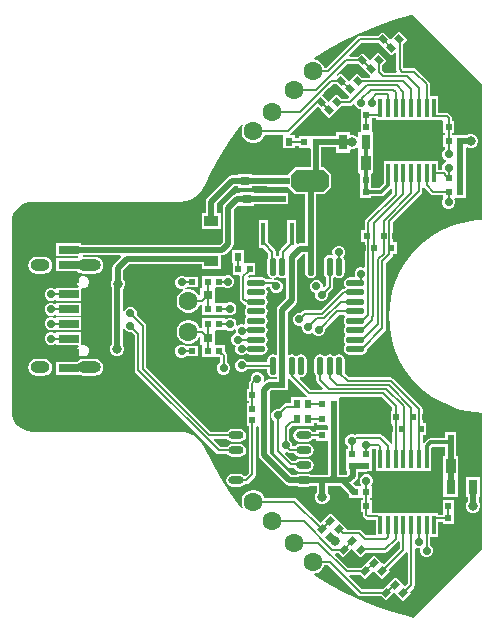
<source format=gtl>
G04*
G04 #@! TF.GenerationSoftware,Altium Limited,Altium Designer,21.8.1 (53)*
G04*
G04 Layer_Physical_Order=1*
G04 Layer_Color=255*
%FSLAX44Y44*%
%MOMM*%
G71*
G04*
G04 #@! TF.SameCoordinates,A13A9599-9D59-4998-A3CA-6CFB5E3765DF*
G04*
G04*
G04 #@! TF.FilePolarity,Positive*
G04*
G01*
G75*
%ADD13C,0.7000*%
%ADD15C,0.2000*%
%ADD42R,0.6000X0.5000*%
%ADD43R,0.5000X0.6000*%
%ADD44R,0.8000X1.3000*%
%ADD45R,1.2000X0.9000*%
%ADD46R,5.2000X3.0000*%
%ADD47R,0.3000X1.6500*%
%ADD48R,0.9000X1.3000*%
%ADD49O,1.3000X0.7000*%
%ADD50O,0.5500X1.5500*%
%ADD51O,1.5500X0.5500*%
%ADD52R,0.6000X0.7000*%
%ADD53R,1.4000X0.6000*%
%ADD54R,1.8000X0.6000*%
G04:AMPARAMS|DCode=55|XSize=1.9mm|YSize=3.2mm|CornerRadius=0mm|HoleSize=0mm|Usage=FLASHONLY|Rotation=90.000|XOffset=0mm|YOffset=0mm|HoleType=Round|Shape=Octagon|*
%AMOCTAGOND55*
4,1,8,-1.6000,-0.4750,-1.6000,0.4750,-1.1250,0.9500,1.1250,0.9500,1.6000,0.4750,1.6000,-0.4750,1.1250,-0.9500,-1.1250,-0.9500,-1.6000,-0.4750,0.0*
%
%ADD55OCTAGOND55*%

G04:AMPARAMS|DCode=56|XSize=0.5mm|YSize=0.6mm|CornerRadius=0mm|HoleSize=0mm|Usage=FLASHONLY|Rotation=225.000|XOffset=0mm|YOffset=0mm|HoleType=Round|Shape=Rectangle|*
%AMROTATEDRECTD56*
4,1,4,-0.0354,0.3889,0.3889,-0.0354,0.0354,-0.3889,-0.3889,0.0354,-0.0354,0.3889,0.0*
%
%ADD56ROTATEDRECTD56*%

%ADD57R,0.8000X0.8000*%
%ADD58R,0.8000X0.8000*%
G04:AMPARAMS|DCode=59|XSize=0.5mm|YSize=0.6mm|CornerRadius=0mm|HoleSize=0mm|Usage=FLASHONLY|Rotation=135.000|XOffset=0mm|YOffset=0mm|HoleType=Round|Shape=Rectangle|*
%AMROTATEDRECTD59*
4,1,4,0.3889,0.0354,-0.0354,-0.3889,-0.3889,-0.0354,0.0354,0.3889,0.3889,0.0354,0.0*
%
%ADD59ROTATEDRECTD59*%

%ADD60R,0.4000X1.9000*%
%ADD61R,2.4000X1.9000*%
%ADD62R,1.7000X0.7000*%
%ADD63C,0.5000*%
%ADD64C,0.3000*%
%ADD65C,1.6000*%
%ADD66C,0.9000*%
%ADD67O,1.6000X1.0000*%
%ADD68O,2.0000X1.0000*%
%ADD69C,0.8000*%
G36*
X863318Y877745D02*
X863319Y877747D01*
X870318Y870748D01*
X873221Y873651D01*
X874394Y873165D01*
Y859106D01*
X874394Y859106D01*
X874627Y857935D01*
X874846Y857608D01*
X874167Y856338D01*
X864738D01*
X862844Y858231D01*
Y862774D01*
X866503Y866433D01*
X859432Y873504D01*
X853068Y867140D01*
X851902Y866888D01*
X845361Y873430D01*
X841702Y869771D01*
X835006D01*
X834520Y870945D01*
X844979Y881404D01*
X859659D01*
X863318Y877745D01*
D02*
G37*
G36*
X846068Y859995D02*
X846069Y859997D01*
X852601Y853465D01*
X852076Y852195D01*
X845742D01*
X841682Y856254D01*
X835318Y849890D01*
X834153Y849638D01*
X827611Y856180D01*
X824644Y853214D01*
X824429Y853257D01*
X824011Y854634D01*
X833030Y863654D01*
X842409D01*
X846068Y859995D01*
D02*
G37*
G36*
X828318Y842745D02*
X828319Y842747D01*
X834472Y836594D01*
X834487Y835370D01*
X833436Y834309D01*
X828377D01*
X824182Y838504D01*
X817818Y832140D01*
X816653Y831888D01*
X811433Y837107D01*
X820729Y846404D01*
X824659D01*
X828318Y842745D01*
D02*
G37*
G36*
X839469Y829347D02*
X840092Y827841D01*
X841639Y826294D01*
X843661Y825457D01*
X844689D01*
Y815805D01*
X844689D01*
X844752Y815751D01*
Y805751D01*
X843482Y805750D01*
X842500D01*
Y802281D01*
X841230Y801755D01*
X840399Y802587D01*
X838194Y803500D01*
X835807D01*
X835500Y803705D01*
Y805750D01*
X823500D01*
Y802337D01*
X810999D01*
Y802749D01*
X802269D01*
X801999Y802749D01*
X800999Y802749D01*
X800729Y802749D01*
X791999D01*
Y800809D01*
X788500D01*
Y803251D01*
X785104D01*
X784718Y804521D01*
X784894Y804638D01*
X808034Y827778D01*
X810818Y824995D01*
X810819Y824997D01*
X817818Y817998D01*
X824182Y824362D01*
X824889Y825069D01*
X828011Y828191D01*
X835250D01*
X835250Y828191D01*
X836421Y828424D01*
X837413Y829087D01*
X838082Y829756D01*
X839469Y829347D01*
D02*
G37*
G36*
X947451Y846934D02*
Y731473D01*
X942002Y731205D01*
X934081Y730030D01*
X926313Y728085D01*
X918774Y725387D01*
X911535Y721963D01*
X904666Y717847D01*
X898234Y713076D01*
X892301Y707699D01*
X886924Y701765D01*
X882153Y695334D01*
X878037Y688465D01*
X874613Y681226D01*
X871915Y673687D01*
X869969Y665919D01*
X868794Y657998D01*
X868402Y650000D01*
X868794Y642002D01*
X869969Y634081D01*
X871915Y626313D01*
X874613Y618774D01*
X878037Y611535D01*
X882153Y604666D01*
X886924Y598235D01*
X892301Y592301D01*
X898234Y586924D01*
X904666Y582154D01*
X911535Y578037D01*
X918774Y574613D01*
X926313Y571915D01*
X934081Y569970D01*
X942002Y568795D01*
X947451Y568527D01*
Y453066D01*
X889107Y394721D01*
X887181Y395135D01*
X871908Y399393D01*
X856919Y404565D01*
X842270Y410633D01*
X828013Y417574D01*
X814202Y425364D01*
X804987Y431322D01*
X805483Y432514D01*
X807842Y433146D01*
X810123Y434462D01*
X811984Y436324D01*
X813301Y438604D01*
X813516Y439405D01*
X816769D01*
X842301Y413873D01*
X843294Y413210D01*
X844464Y412977D01*
X844464Y412977D01*
X862200D01*
X865859Y409318D01*
X872066Y415526D01*
X873112Y416068D01*
X873819Y415361D01*
X880183Y408997D01*
X887254Y416068D01*
X886235Y417087D01*
X889293Y420145D01*
X889293Y420145D01*
X889956Y421137D01*
X890189Y422308D01*
X890189Y422308D01*
Y453374D01*
X891459Y454100D01*
X892906Y453500D01*
X894312D01*
X894750Y452844D01*
Y450656D01*
X895587Y448634D01*
X897134Y447087D01*
X899156Y446250D01*
X901344D01*
X903365Y447087D01*
X904913Y448634D01*
X905750Y450656D01*
Y452844D01*
X904913Y454865D01*
X903365Y456413D01*
X903189Y456486D01*
Y463189D01*
X910130D01*
Y476137D01*
X914016D01*
Y474264D01*
X923016D01*
Y478821D01*
X923104Y479264D01*
Y479764D01*
X923016Y480207D01*
Y484264D01*
X923016D01*
X923016Y484264D01*
Y494264D01*
X914016D01*
Y484264D01*
X914016D01*
X914016Y484264D01*
Y482254D01*
X910130D01*
Y483689D01*
X896630D01*
Y483689D01*
X890630D01*
Y483689D01*
X883630D01*
Y483689D01*
X871130D01*
Y483689D01*
X864130D01*
Y483689D01*
X859762D01*
X859458Y483750D01*
X854813D01*
X853751Y484251D01*
Y494251D01*
X852069D01*
Y496251D01*
X853751D01*
Y506251D01*
X853751D01*
X853393Y507114D01*
X853913Y507634D01*
X854751Y509655D01*
Y511843D01*
X853913Y513865D01*
X852366Y515412D01*
X850345Y516249D01*
X848157D01*
X846135Y515412D01*
X844588Y513865D01*
X843751Y511843D01*
Y509655D01*
X844588Y507634D01*
X844701Y507521D01*
X844175Y506251D01*
X843751D01*
Y506251D01*
X840739D01*
X837989Y509001D01*
X840744Y511756D01*
X841739Y513244D01*
X842088Y515000D01*
Y518663D01*
X848999D01*
X849443Y518751D01*
X853999D01*
Y527481D01*
X853999Y527751D01*
X853999D01*
X853999Y528751D01*
X853999D01*
Y537751D01*
X855191Y537941D01*
X857630D01*
Y518689D01*
X903630D01*
Y528595D01*
X903699Y528939D01*
Y538652D01*
X904728Y539681D01*
X915912D01*
Y531500D01*
X913975D01*
Y514500D01*
X913975D01*
X914500Y513750D01*
Y496750D01*
X926500D01*
Y513750D01*
X926975Y514500D01*
X926975D01*
Y531500D01*
X925088D01*
Y543250D01*
X924998Y543701D01*
Y551999D01*
X915998D01*
Y546819D01*
X903250D01*
X901884Y546547D01*
X900727Y545773D01*
X898077Y543124D01*
X896807Y543650D01*
Y549749D01*
X899748D01*
Y559749D01*
X896807D01*
Y571502D01*
X896807Y571502D01*
X896574Y572672D01*
X895911Y573665D01*
X872163Y597413D01*
X871171Y598076D01*
X870000Y598309D01*
X870000Y598309D01*
X834517D01*
X830633Y602193D01*
X830843Y603250D01*
Y613250D01*
X830474Y615103D01*
X829425Y616675D01*
X827853Y617724D01*
X826000Y618093D01*
X824147Y617724D01*
X822836Y616849D01*
X822000Y616746D01*
X821164Y616849D01*
X819853Y617724D01*
X818000Y618093D01*
X816147Y617724D01*
X814836Y616849D01*
X813425Y616675D01*
X811853Y617724D01*
X810000Y618093D01*
X808147Y617724D01*
X806575Y616675D01*
X805526Y615103D01*
X805157Y613250D01*
Y603250D01*
X805526Y601397D01*
X806575Y599826D01*
X806941Y599581D01*
Y595750D01*
X806941Y595750D01*
X807174Y594580D01*
X807837Y593587D01*
X812442Y588982D01*
X811956Y587809D01*
X802267D01*
X792706Y597369D01*
X793332Y598540D01*
X794000Y598407D01*
X795853Y598776D01*
X797425Y599826D01*
X798474Y601397D01*
X798843Y603250D01*
Y613250D01*
X798474Y615103D01*
X797425Y616675D01*
X795853Y617724D01*
X794000Y618093D01*
X792147Y617724D01*
X790575Y616675D01*
X789164Y616849D01*
X787853Y617724D01*
X786000Y618093D01*
X784147Y617724D01*
X783708Y617431D01*
X782588Y618030D01*
Y653849D01*
X789244Y660506D01*
X790239Y661994D01*
X790588Y663750D01*
Y685969D01*
X790843Y687250D01*
Y697250D01*
X790684Y698051D01*
Y698084D01*
X795260Y702661D01*
X797412D01*
Y698531D01*
X797157Y697250D01*
Y687250D01*
X797526Y685397D01*
X798576Y683826D01*
X800147Y682776D01*
X802000Y682407D01*
X803853Y682776D01*
X805425Y683826D01*
X806474Y685397D01*
X806843Y687250D01*
Y697250D01*
X806588Y698531D01*
Y706747D01*
X806537Y707002D01*
X806587Y707249D01*
X806498Y707692D01*
Y707805D01*
X806587Y708249D01*
Y753250D01*
X813500D01*
X819250Y759000D01*
Y770500D01*
X813500Y776250D01*
X811087D01*
Y793161D01*
X823500D01*
Y788750D01*
X835500D01*
Y791295D01*
X835807Y791500D01*
X838194D01*
X840399Y792413D01*
X841230Y793245D01*
X842500Y792719D01*
Y789073D01*
X842025Y788000D01*
X842025Y788000D01*
X842025Y788000D01*
Y771000D01*
X842939D01*
X844003Y770502D01*
Y761773D01*
X844003Y760503D01*
X844003D01*
Y760502D01*
X844003D01*
Y750502D01*
X853003D01*
Y751937D01*
X862006D01*
X863371Y752209D01*
X864529Y752982D01*
X869801Y758254D01*
X871071Y757756D01*
Y754397D01*
X848839Y732165D01*
X848176Y731172D01*
X847943Y730002D01*
X847943Y730002D01*
Y723251D01*
X845002D01*
Y713251D01*
X847943D01*
Y692005D01*
X846673Y691157D01*
X845844Y691500D01*
X843656D01*
X841635Y690663D01*
X840087Y689116D01*
X839250Y687094D01*
Y684906D01*
X839564Y684149D01*
X838858Y683093D01*
X835000D01*
X833147Y682725D01*
X831575Y681675D01*
X830526Y680104D01*
X830157Y678250D01*
X830526Y676397D01*
X831575Y674826D01*
X831402Y673414D01*
X831331Y673309D01*
X830000D01*
X828829Y673076D01*
X827837Y672413D01*
X827837Y672413D01*
X810483Y655059D01*
X800062D01*
X800062Y655059D01*
X800062Y655059D01*
X797000D01*
X797000Y655059D01*
X795829Y654826D01*
X794837Y654163D01*
X794837Y654163D01*
X793651Y652977D01*
X793594Y653000D01*
X791406D01*
X789385Y652163D01*
X787837Y650615D01*
X787000Y648594D01*
Y646406D01*
X787837Y644385D01*
X789385Y642837D01*
X791406Y642000D01*
X793594D01*
X794499Y641000D01*
Y639907D01*
X795337Y637885D01*
X796884Y636338D01*
X798905Y635501D01*
X801093D01*
X802434Y636056D01*
X804009Y635573D01*
X804087Y635385D01*
X805634Y633838D01*
X807655Y633001D01*
X809843D01*
X811865Y633838D01*
X813412Y635385D01*
X814249Y637407D01*
Y639595D01*
X814211Y639686D01*
X825717Y651191D01*
X830689D01*
X831471Y649979D01*
X831402Y649414D01*
X830526Y648103D01*
X830157Y646250D01*
X830526Y644397D01*
X831402Y643086D01*
X831505Y642250D01*
X831402Y641414D01*
X830526Y640103D01*
X830157Y638250D01*
X830526Y636397D01*
X831402Y635086D01*
X831505Y634250D01*
X831402Y633414D01*
X830526Y632103D01*
X830157Y630250D01*
X830526Y628397D01*
X831402Y627086D01*
X831505Y626250D01*
X831402Y625414D01*
X830526Y624103D01*
X830157Y622250D01*
X830526Y620397D01*
X831575Y618825D01*
X833147Y617776D01*
X835000Y617407D01*
X845000D01*
X846853Y617776D01*
X848425Y618825D01*
X849474Y620397D01*
X849843Y622250D01*
X849779Y622572D01*
X864913Y637705D01*
X864913Y637705D01*
X865576Y638698D01*
X865809Y639868D01*
X865809Y639868D01*
Y695233D01*
X870913Y700337D01*
X871576Y701329D01*
X871809Y702500D01*
X872720Y703249D01*
X874748D01*
Y713249D01*
X871807D01*
Y729782D01*
X895793Y753767D01*
X895793Y753767D01*
X896456Y754760D01*
X896689Y755930D01*
X896689Y755930D01*
Y758597D01*
X897959Y758982D01*
X897993Y758931D01*
X903588Y753336D01*
X903588Y753336D01*
X904580Y752673D01*
X905751Y752440D01*
X905751Y752441D01*
X914249D01*
Y750499D01*
X914249Y750499D01*
X913886Y749380D01*
X913249Y747843D01*
Y745655D01*
X914087Y743633D01*
X915634Y742086D01*
X917655Y741249D01*
X919843D01*
X921865Y742086D01*
X923412Y743633D01*
X924249Y745655D01*
Y747843D01*
X923613Y749380D01*
X923565Y749527D01*
X924436Y750499D01*
X933249D01*
Y755056D01*
X933337Y755499D01*
Y767249D01*
Y792460D01*
X933419Y792562D01*
X934607Y793204D01*
X936307Y792500D01*
X938693D01*
X940899Y793413D01*
X942587Y795101D01*
X943500Y797307D01*
Y799694D01*
X942587Y801899D01*
X940899Y803587D01*
X938693Y804500D01*
X936307D01*
X934427Y803721D01*
X933249Y803499D01*
X933249Y803499D01*
X933249Y803499D01*
X924519D01*
X924249Y803499D01*
Y803499D01*
X923249Y803499D01*
Y803499D01*
X921808D01*
Y805499D01*
X923249D01*
Y815499D01*
X921808D01*
Y817751D01*
X921575Y818921D01*
X920912Y819914D01*
X920912Y819914D01*
X919354Y821472D01*
X918362Y822135D01*
X917191Y822368D01*
X917191Y822368D01*
X910130D01*
Y836811D01*
X903189D01*
Y846620D01*
X903189Y846620D01*
X902956Y847791D01*
X902293Y848783D01*
X892072Y859004D01*
X891079Y859667D01*
X889909Y859900D01*
X889909Y859900D01*
X880984D01*
X880512Y860372D01*
Y880942D01*
X883753Y884183D01*
X876682Y891254D01*
X870318Y884890D01*
X869153Y884638D01*
X862611Y891180D01*
X858952Y887521D01*
X843712D01*
X843712Y887521D01*
X842542Y887288D01*
X841550Y886625D01*
X815519Y860595D01*
X813516D01*
X813301Y861396D01*
X811984Y863676D01*
X810123Y865538D01*
X807842Y866854D01*
X805483Y867486D01*
X804987Y868678D01*
X814202Y874636D01*
X828013Y882426D01*
X842270Y889367D01*
X856919Y895435D01*
X871908Y900607D01*
X887181Y904865D01*
X889107Y905278D01*
X947451Y846934D01*
D02*
G37*
G36*
X857630Y816311D02*
X906834D01*
X907130Y816252D01*
X907130Y816252D01*
X908293D01*
X908302Y816250D01*
X908302Y816250D01*
X913290D01*
X914249Y815499D01*
Y805499D01*
X915690D01*
Y803499D01*
X914249D01*
Y793499D01*
X915690D01*
Y791937D01*
X915634Y791914D01*
X914087Y790366D01*
X913249Y788345D01*
Y786157D01*
X914087Y784135D01*
X915634Y782588D01*
X916299Y782313D01*
Y780938D01*
X915634Y780663D01*
X914087Y779116D01*
X913249Y777094D01*
Y774906D01*
X912724Y774119D01*
X910130D01*
Y781311D01*
X884130D01*
Y781311D01*
X877130D01*
Y781311D01*
X864130D01*
Y771405D01*
X864062Y771061D01*
Y762608D01*
X860528Y759074D01*
X853901D01*
X853003Y759972D01*
Y760502D01*
X853003D01*
Y760503D01*
X853003D01*
Y770502D01*
X854067Y771000D01*
X855025D01*
Y788000D01*
X855025D01*
X854500Y788750D01*
Y805750D01*
X853752Y805751D01*
Y815751D01*
X853752D01*
X853689Y815805D01*
Y817746D01*
X857630D01*
Y816311D01*
D02*
G37*
G36*
X744912Y811751D02*
X744283Y810661D01*
X743601Y808118D01*
Y805484D01*
X744283Y802941D01*
X745599Y800661D01*
X747461Y798799D01*
X749741Y797483D01*
X752285Y796801D01*
X754918D01*
X757461Y797483D01*
X759741Y798799D01*
X761603Y800661D01*
X762920Y802941D01*
X763134Y803742D01*
X777434D01*
X778500Y803251D01*
X778500Y802472D01*
Y792251D01*
X788500D01*
Y794692D01*
X791999D01*
Y792749D01*
X800641D01*
X800999Y792749D01*
X801911Y791885D01*
Y776250D01*
X789000D01*
X783250Y770500D01*
Y769750D01*
X765250D01*
Y769338D01*
X752500D01*
Y770750D01*
X740500D01*
Y769338D01*
X735500D01*
X733744Y768989D01*
X732256Y767994D01*
X714506Y750244D01*
X713511Y748756D01*
X713162Y747000D01*
Y737250D01*
X709750D01*
Y724250D01*
X725750D01*
Y737250D01*
X722338D01*
Y745099D01*
X737401Y760162D01*
X740500D01*
Y758750D01*
X752500D01*
Y760162D01*
X765250D01*
Y759750D01*
X783250D01*
Y759000D01*
X789000Y753250D01*
X797410D01*
Y711837D01*
X793360D01*
X791604Y711488D01*
X791270Y711264D01*
X790000Y711943D01*
Y731250D01*
X782000D01*
Y712576D01*
X776507Y707083D01*
X775844Y706090D01*
X775611Y704920D01*
X775611Y704920D01*
Y701367D01*
X774836Y700848D01*
X774000Y700745D01*
X773164Y700848D01*
X772389Y701367D01*
Y704920D01*
X772389Y704920D01*
X772156Y706090D01*
X771493Y707083D01*
X771493Y707083D01*
X766000Y712576D01*
Y731250D01*
X758000D01*
Y708250D01*
X761674D01*
X766272Y703653D01*
Y700220D01*
X765526Y699103D01*
X765157Y697250D01*
Y687250D01*
X765526Y685397D01*
X766575Y683826D01*
X768147Y682776D01*
X769136Y682579D01*
X769011Y681309D01*
X764669D01*
X764425Y681675D01*
X762853Y682724D01*
X761000Y683093D01*
X751000D01*
X749708Y682836D01*
X749082Y684007D01*
X750075Y684999D01*
X755249D01*
Y694999D01*
X746769D01*
X746249Y694999D01*
X745499Y695959D01*
Y705999D01*
X735499D01*
Y694999D01*
X736249D01*
Y684999D01*
X741326D01*
X741941Y684250D01*
X741941Y684250D01*
Y665000D01*
X741941Y665000D01*
X742174Y663829D01*
X742837Y662837D01*
X745146Y660528D01*
X746139Y659865D01*
X746995Y659695D01*
X747575Y658826D01*
X747402Y657414D01*
X746526Y656103D01*
X746157Y654250D01*
X746526Y652397D01*
X747402Y651086D01*
X747505Y650250D01*
X747402Y649414D01*
X746526Y648103D01*
X746157Y646250D01*
X746526Y644397D01*
X746721Y644105D01*
X745879Y643079D01*
X745094Y643404D01*
X742906D01*
X740884Y642567D01*
X740423Y642105D01*
X740199Y642163D01*
X739250Y642728D01*
Y644594D01*
X738413Y646616D01*
X736865Y648163D01*
X734844Y649000D01*
X732656D01*
X730635Y648163D01*
X730424Y647952D01*
X729251Y648438D01*
Y648501D01*
X720521D01*
X720251Y648501D01*
X719251D01*
X718981Y648501D01*
X710251D01*
Y640436D01*
X709769Y640040D01*
X709768Y640040D01*
X708033D01*
X707819Y640841D01*
X706502Y643122D01*
X704640Y644983D01*
X702360Y646300D01*
X699817Y646982D01*
X697184D01*
X694640Y646300D01*
X692360Y644983D01*
X690498Y643122D01*
X689182Y640841D01*
X688500Y638298D01*
Y635665D01*
X689182Y633122D01*
X690498Y630841D01*
X692360Y628979D01*
X694640Y627663D01*
X697184Y626982D01*
X699817D01*
X702360Y627663D01*
X704640Y628979D01*
X706502Y630841D01*
X707480Y632535D01*
X708750Y632195D01*
Y626000D01*
X709188D01*
X710251Y625501D01*
Y615501D01*
X718981D01*
X719251Y615501D01*
X720251Y615501D01*
X720521Y615501D01*
X725191D01*
Y610936D01*
X725135Y610913D01*
X723587Y609366D01*
X722750Y607344D01*
Y605156D01*
X723587Y603134D01*
X725135Y601587D01*
X727156Y600750D01*
X729344D01*
X731366Y601587D01*
X732913Y603134D01*
X733750Y605156D01*
Y607344D01*
X732913Y609366D01*
X731366Y610913D01*
X731309Y610936D01*
Y617001D01*
X731076Y618172D01*
X730413Y619164D01*
X729251Y620326D01*
Y625501D01*
X721813D01*
X720750Y626000D01*
X720750Y626771D01*
Y637231D01*
X720750Y638000D01*
X721813Y638501D01*
X729251D01*
Y638562D01*
X730424Y639048D01*
X730635Y638837D01*
X732656Y638000D01*
X734844D01*
X736865Y638837D01*
X737327Y639299D01*
X737551Y639241D01*
X738500Y638676D01*
Y636810D01*
X738934Y635762D01*
X737049Y634981D01*
X735502Y633434D01*
X734665Y631412D01*
Y629224D01*
X735502Y627203D01*
X737049Y625656D01*
X738590Y625018D01*
X738000Y623594D01*
Y621406D01*
X738837Y619384D01*
X740385Y617837D01*
X742406Y617000D01*
X744594D01*
X746616Y617837D01*
X747592Y618814D01*
X749147Y617776D01*
X751000Y617407D01*
X761000D01*
X762853Y617776D01*
X764425Y618825D01*
X765474Y620397D01*
X765843Y622250D01*
X765474Y624103D01*
X764598Y625414D01*
X764425Y626825D01*
X765474Y628397D01*
X765843Y630250D01*
X765474Y632103D01*
X764425Y633675D01*
X764598Y635086D01*
X765474Y636397D01*
X765843Y638250D01*
X765474Y640103D01*
X764598Y641414D01*
X764495Y642250D01*
X764598Y643086D01*
X765474Y644397D01*
X765843Y646250D01*
X765474Y648103D01*
X764598Y649414D01*
X764495Y650250D01*
X764598Y651086D01*
X765474Y652397D01*
X765843Y654250D01*
X765474Y656103D01*
X764598Y657414D01*
X764495Y658250D01*
X764598Y659086D01*
X765474Y660397D01*
X765843Y662250D01*
X765474Y664103D01*
X764598Y665414D01*
X764495Y666250D01*
X764598Y667086D01*
X765474Y668397D01*
X765843Y670250D01*
X765474Y672103D01*
X764598Y673414D01*
X764529Y673979D01*
X765311Y675191D01*
X767250D01*
Y674406D01*
X768087Y672384D01*
X769634Y670837D01*
X771656Y670000D01*
X773844D01*
X775865Y670837D01*
X777413Y672384D01*
X778250Y674406D01*
Y676594D01*
X777413Y678615D01*
X775865Y680163D01*
X773844Y681000D01*
X771677D01*
X771641Y681008D01*
X771062Y681323D01*
X771265Y682659D01*
X771853Y682776D01*
X773164Y683652D01*
X774000Y683755D01*
X774836Y683652D01*
X776147Y682776D01*
X778000Y682407D01*
X779853Y682776D01*
X780292Y683069D01*
X781412Y682470D01*
Y665650D01*
X774756Y658994D01*
X773761Y657506D01*
X773412Y655750D01*
Y618030D01*
X772292Y617431D01*
X771853Y617724D01*
X770000Y618093D01*
X768147Y617724D01*
X766575Y616675D01*
X765526Y615103D01*
X765157Y613250D01*
Y611309D01*
X748290D01*
X748163Y611615D01*
X746616Y613163D01*
X744594Y614000D01*
X742406D01*
X740385Y613163D01*
X738837Y611615D01*
X738000Y609594D01*
Y607406D01*
X738837Y605384D01*
X740385Y603837D01*
X742406Y603000D01*
X744594D01*
X746616Y603837D01*
X747969Y605191D01*
X765157D01*
Y603250D01*
X765526Y601397D01*
X766575Y599826D01*
X768147Y598776D01*
X770000Y598407D01*
X771853Y598776D01*
X772292Y599069D01*
X773412Y598470D01*
Y596590D01*
X766752D01*
X764996Y596241D01*
X763507Y595246D01*
X763064Y594803D01*
X761987Y595522D01*
X762250Y596156D01*
Y598344D01*
X761413Y600365D01*
X759865Y601913D01*
X757844Y602750D01*
X755656D01*
X753634Y601913D01*
X752087Y600365D01*
X751250Y598344D01*
Y596156D01*
X751273Y596099D01*
X750586Y595412D01*
X749923Y594419D01*
X749690Y593249D01*
X749690Y593249D01*
Y588499D01*
X748249D01*
Y578499D01*
X749690D01*
Y576502D01*
X747749D01*
Y567772D01*
X747749Y567502D01*
Y566502D01*
X747749Y566232D01*
Y557502D01*
X749690D01*
Y517766D01*
X746989Y515065D01*
X745965Y515165D01*
X744146Y516381D01*
X742000Y516808D01*
X736000D01*
X733854Y516381D01*
X732035Y515165D01*
X730819Y513346D01*
X730392Y511200D01*
X730819Y509054D01*
X732035Y507235D01*
X733854Y506019D01*
X736000Y505592D01*
X742000D01*
X744146Y506019D01*
X745965Y507235D01*
X746571Y508141D01*
X747450D01*
X747450Y508141D01*
X748621Y508374D01*
X749613Y509037D01*
X754912Y514336D01*
X755575Y515328D01*
X755807Y516499D01*
Y556604D01*
X756570Y557366D01*
X757857Y557214D01*
X758161Y556402D01*
Y532501D01*
X758510Y530745D01*
X759505Y529257D01*
X780756Y508006D01*
X782244Y507011D01*
X784000Y506662D01*
X789892D01*
X790854Y506019D01*
X793000Y505592D01*
X799000D01*
X801146Y506019D01*
X802110Y506664D01*
X807411D01*
Y500646D01*
X806913Y500149D01*
X806000Y497943D01*
Y495556D01*
X806913Y493351D01*
X808601Y491664D01*
X810807Y490750D01*
X813194D01*
X815399Y491664D01*
X817087Y493351D01*
X818000Y495556D01*
Y497943D01*
X817087Y500149D01*
X816587Y500648D01*
Y506664D01*
X827349D01*
X834751Y499262D01*
Y496251D01*
X843481D01*
X843751Y496251D01*
Y496251D01*
X844682Y496251D01*
X845949Y496085D01*
X845952Y496085D01*
Y494251D01*
X844751D01*
Y484251D01*
X845952D01*
Y482249D01*
X845952Y482249D01*
X846185Y481079D01*
X846848Y480086D01*
X846848Y480086D01*
X848406Y478528D01*
X848406Y478528D01*
X849398Y477865D01*
X850569Y477632D01*
X850569Y477632D01*
X857630D01*
Y464559D01*
X849267D01*
X845163Y468663D01*
X844171Y469326D01*
X843000Y469559D01*
X843000Y469559D01*
X832819D01*
X832504Y470318D01*
Y470318D01*
X826140Y476682D01*
X826140D01*
X825433Y477389D01*
X819069Y483753D01*
X811998Y476682D01*
X811816Y476753D01*
X810443Y475381D01*
X790462Y495362D01*
X789470Y496025D01*
X788299Y496258D01*
X788299Y496258D01*
X763134D01*
X762920Y497059D01*
X761603Y499339D01*
X759741Y501201D01*
X757461Y502518D01*
X754918Y503199D01*
X752285D01*
X749741Y502518D01*
X747461Y501201D01*
X745599Y499339D01*
X744283Y497059D01*
X743601Y494516D01*
Y491883D01*
X744283Y489339D01*
X744912Y488249D01*
X743867Y487520D01*
X743370Y488116D01*
X733973Y500887D01*
X725363Y514203D01*
X717574Y528013D01*
X712111Y539234D01*
X712062Y539212D01*
X710433Y542261D01*
X707621Y545687D01*
X704195Y548498D01*
X700286Y550588D01*
X696045Y551874D01*
X691634Y552309D01*
Y552249D01*
X566439D01*
X566421Y552245D01*
X563039Y552578D01*
X559763Y553572D01*
X556743Y555186D01*
X554097Y557358D01*
X551925Y560005D01*
X550311Y563024D01*
X549317Y566300D01*
X548984Y569682D01*
X548988Y569700D01*
X548988Y729700D01*
X548984Y729718D01*
X549317Y733100D01*
X550311Y736376D01*
X551925Y739395D01*
X554097Y742042D01*
X556743Y744214D01*
X559763Y745828D01*
X563039Y746821D01*
X566421Y747154D01*
X566439Y747151D01*
X691356D01*
Y747091D01*
X695766Y747525D01*
X700007Y748812D01*
X703916Y750901D01*
X707342Y753713D01*
X710154Y757139D01*
X711784Y760188D01*
X711844Y760218D01*
X711844Y760218D01*
X712365Y761289D01*
X717574Y771986D01*
X725363Y785797D01*
X733973Y799113D01*
X743370Y811884D01*
X743867Y812480D01*
X744912Y811751D01*
D02*
G37*
G36*
X798653Y582771D02*
X798504Y582038D01*
X798177Y581501D01*
X785500D01*
Y576559D01*
X781501D01*
X781501Y576560D01*
X780330Y576327D01*
X779338Y575664D01*
X779338Y575664D01*
X775401Y571726D01*
X775344Y571750D01*
X773156D01*
X771134Y570913D01*
X769587Y569366D01*
X768750Y567344D01*
Y565156D01*
X769587Y563134D01*
X771134Y561587D01*
X771191Y561564D01*
Y535750D01*
X771191Y535750D01*
X771424Y534580D01*
X772087Y533587D01*
X782980Y522694D01*
X782980Y522694D01*
X783973Y522031D01*
X785143Y521798D01*
X787810D01*
X787819Y521754D01*
X789035Y519935D01*
X790854Y518719D01*
X793000Y518292D01*
X799000D01*
X801146Y518719D01*
X802965Y519935D01*
X804181Y521754D01*
X804608Y523900D01*
X804181Y526046D01*
X802965Y527865D01*
X801146Y529081D01*
X799000Y529508D01*
X793000D01*
X790854Y529081D01*
X789110Y527915D01*
X786410D01*
X780502Y533824D01*
X780960Y534996D01*
X782045Y535129D01*
X782316Y534858D01*
X782316Y534858D01*
X783308Y534195D01*
X784479Y533962D01*
X784479Y533962D01*
X788148D01*
X789035Y532635D01*
X790854Y531419D01*
X793000Y530992D01*
X799000D01*
X801146Y531419D01*
X802965Y532635D01*
X804181Y534454D01*
X804608Y536600D01*
X804181Y538746D01*
X802965Y540565D01*
X801146Y541781D01*
X799000Y542208D01*
X793000D01*
X790854Y541781D01*
X789035Y540565D01*
X788710Y540080D01*
X786250D01*
Y541844D01*
X785413Y543866D01*
X783866Y545413D01*
X783809Y545436D01*
Y554983D01*
X786268Y557442D01*
X788500D01*
X788500Y557442D01*
X788796Y557501D01*
X805000D01*
Y559941D01*
X806999D01*
Y557999D01*
X815641D01*
X815999Y557999D01*
X816911Y557135D01*
Y555015D01*
X816842Y553773D01*
X815641Y553773D01*
X806842D01*
Y552332D01*
X803589D01*
X802965Y553265D01*
X801146Y554481D01*
X799000Y554908D01*
X793000D01*
X790854Y554481D01*
X789035Y553265D01*
X787819Y551446D01*
X787392Y549300D01*
X787819Y547154D01*
X789035Y545335D01*
X790854Y544119D01*
X793000Y543692D01*
X799000D01*
X801146Y544119D01*
X802965Y545335D01*
X803553Y546215D01*
X806842D01*
Y544773D01*
X816842Y544773D01*
X816911Y543532D01*
Y516081D01*
X816670Y515840D01*
X801956D01*
X801146Y516381D01*
X799000Y516808D01*
X793000D01*
X790854Y516381D01*
X790042Y515838D01*
X785900D01*
X767337Y534401D01*
Y583499D01*
Y586099D01*
X768652Y587413D01*
X777999D01*
X778442Y587502D01*
X782999D01*
Y596502D01*
X782999Y596502D01*
X782999Y596502D01*
X783052Y596632D01*
X783283Y596766D01*
X784532Y596892D01*
X798653Y582771D01*
D02*
G37*
G36*
X871191Y572733D02*
Y569751D01*
X870002D01*
Y559751D01*
X870416D01*
X871193Y558787D01*
X871193Y558787D01*
Y550716D01*
X871193Y550716D01*
X871197Y550694D01*
Y542717D01*
X869927Y542332D01*
X869793Y542533D01*
X869793Y542533D01*
X863163Y549163D01*
X862170Y549826D01*
X861000Y550059D01*
X861000Y550059D01*
X840671D01*
X840671Y550059D01*
X839500Y549826D01*
X839195Y549622D01*
X838093Y550078D01*
X835905D01*
X833884Y549241D01*
X832337Y547694D01*
X831499Y545672D01*
Y543484D01*
X832337Y541463D01*
X833884Y539916D01*
X833941Y539892D01*
Y537751D01*
X831999D01*
Y528751D01*
X831999D01*
X831999Y527751D01*
X831999D01*
X831999Y527481D01*
Y518751D01*
X832912D01*
Y516900D01*
X831851Y515840D01*
X826087D01*
Y575999D01*
X825999Y576443D01*
Y580999D01*
X826983Y581691D01*
X862233D01*
X871191Y572733D01*
D02*
G37*
G36*
X877571Y459344D02*
Y453575D01*
X863909Y439913D01*
X862890Y440932D01*
X862890D01*
X862183Y441639D01*
X855819Y448003D01*
X848818Y441002D01*
X848816Y441003D01*
X845157Y437345D01*
X833981D01*
X823022Y448304D01*
X823508Y449477D01*
X825950D01*
X829609Y445818D01*
X836580Y452789D01*
X837544Y452128D01*
X837610Y452070D01*
X843933Y445747D01*
X848127Y449941D01*
X865250D01*
X865250Y449941D01*
X866421Y450174D01*
X867413Y450837D01*
X876293Y459717D01*
X876293Y459717D01*
X876301Y459730D01*
X877571Y459344D01*
D02*
G37*
G36*
X884071Y449772D02*
Y423575D01*
X881909Y421413D01*
X880890Y422432D01*
X880890D01*
X880183Y423139D01*
X873819Y429503D01*
X866818Y422502D01*
X866566Y422753D01*
X862907Y419095D01*
X845731D01*
X834772Y430054D01*
X835258Y431227D01*
X844450D01*
X848109Y427568D01*
X854653Y434113D01*
X855819Y433861D01*
X862183Y427497D01*
X869254Y434568D01*
X868235Y435587D01*
X882793Y450145D01*
X882793Y450145D01*
X882801Y450157D01*
X884071Y449772D01*
D02*
G37*
%LPC*%
G36*
X827094Y709750D02*
X824906D01*
X822885Y708913D01*
X821337Y707365D01*
X820500Y705344D01*
Y703156D01*
X820693Y702691D01*
X820186Y702108D01*
X819706Y701754D01*
X818000Y702093D01*
X816147Y701724D01*
X814576Y700675D01*
X813526Y699103D01*
X813157Y697250D01*
Y687250D01*
X813526Y685397D01*
X814576Y683826D01*
X814941Y683581D01*
Y676267D01*
X813687Y675012D01*
X812417Y675538D01*
Y676656D01*
X811579Y678678D01*
X810032Y680225D01*
X808011Y681062D01*
X805823D01*
X803801Y680225D01*
X802254Y678678D01*
X801417Y676656D01*
Y674469D01*
X802254Y672447D01*
X803801Y670900D01*
X804841Y670469D01*
X805750Y669344D01*
Y667156D01*
X806587Y665135D01*
X808135Y663587D01*
X810156Y662750D01*
X812344D01*
X814365Y663587D01*
X815913Y665135D01*
X816750Y667156D01*
Y669344D01*
X816727Y669401D01*
X820163Y672837D01*
X820163Y672837D01*
X820826Y673829D01*
X821059Y675000D01*
Y682939D01*
X822271Y683721D01*
X822836Y683652D01*
X824147Y682776D01*
X826000Y682407D01*
X827853Y682776D01*
X829425Y683826D01*
X830474Y685397D01*
X830843Y687250D01*
Y697250D01*
X830474Y699103D01*
X829736Y700208D01*
X830663Y701134D01*
X831500Y703156D01*
Y705344D01*
X830663Y707365D01*
X829116Y708913D01*
X827094Y709750D01*
D02*
G37*
G36*
X945500Y513750D02*
X933500D01*
Y496750D01*
X935162D01*
Y493647D01*
X934663Y493149D01*
X933750Y490943D01*
Y488557D01*
X934663Y486351D01*
X936351Y484663D01*
X938557Y483750D01*
X940944D01*
X943149Y484663D01*
X944837Y486351D01*
X945750Y488557D01*
Y490943D01*
X944837Y493149D01*
X944338Y493647D01*
Y496750D01*
X945500D01*
Y513750D01*
D02*
G37*
G36*
X754000Y755500D02*
X742000D01*
Y754338D01*
X740000D01*
X738244Y753989D01*
X736756Y752994D01*
X729006Y745244D01*
X728011Y743756D01*
X727662Y742000D01*
Y713400D01*
X725099Y710838D01*
X607750D01*
Y711750D01*
X586750D01*
Y700750D01*
X604782D01*
X605335Y699480D01*
X605120Y699250D01*
X586750D01*
Y688250D01*
X604475D01*
X604507Y688207D01*
X605970Y687085D01*
X607673Y686380D01*
X609500Y686140D01*
X619500D01*
X621327Y686380D01*
X623030Y687085D01*
X624492Y688207D01*
X625615Y689670D01*
X626320Y691373D01*
X626560Y693200D01*
X626320Y695027D01*
X625615Y696730D01*
X624492Y698192D01*
X623030Y699314D01*
X621327Y700020D01*
X619500Y700260D01*
X609907D01*
X609215Y701058D01*
X609062Y701484D01*
X609141Y701662D01*
X641014D01*
X641500Y700489D01*
X635419Y694408D01*
X634424Y692919D01*
X634075Y691163D01*
Y681611D01*
X633577Y681112D01*
X632663Y678907D01*
Y676520D01*
X633577Y674315D01*
X633825Y674066D01*
Y626361D01*
X633327Y625862D01*
X632413Y623657D01*
Y621270D01*
X633327Y619065D01*
X635014Y617377D01*
X637220Y616464D01*
X639607D01*
X641812Y617377D01*
X643500Y619065D01*
X644413Y621270D01*
Y623657D01*
X643500Y625862D01*
X643001Y626361D01*
Y640002D01*
X644271Y640255D01*
X644751Y639098D01*
X646298Y637551D01*
X648319Y636714D01*
X650507D01*
X650564Y636737D01*
X653191Y634110D01*
Y604416D01*
X653191Y604416D01*
X653424Y603245D01*
X654087Y602253D01*
X721903Y534437D01*
X722895Y533774D01*
X724066Y533541D01*
X724066Y533541D01*
X731429D01*
X732035Y532635D01*
X733854Y531419D01*
X736000Y530992D01*
X742000D01*
X744146Y531419D01*
X745965Y532635D01*
X747181Y534454D01*
X747608Y536600D01*
X747181Y538746D01*
X745965Y540565D01*
X744146Y541781D01*
X742000Y542208D01*
X736000D01*
X733854Y541781D01*
X732035Y540565D01*
X731429Y539659D01*
X725333D01*
X719924Y545068D01*
X720410Y546241D01*
X731429D01*
X732035Y545335D01*
X733854Y544119D01*
X736000Y543692D01*
X742000D01*
X744146Y544119D01*
X745965Y545335D01*
X747181Y547154D01*
X747608Y549300D01*
X747181Y551446D01*
X745965Y553265D01*
X744146Y554481D01*
X742000Y554908D01*
X736000D01*
X733854Y554481D01*
X732035Y553265D01*
X731429Y552359D01*
X717587D01*
X662809Y607137D01*
Y642128D01*
X662576Y643298D01*
X661913Y644290D01*
X661913Y644291D01*
X654890Y651314D01*
X654913Y651370D01*
Y653558D01*
X654076Y655580D01*
X652529Y657127D01*
X650507Y657964D01*
X648319D01*
X646298Y657127D01*
X644751Y655580D01*
X644271Y654423D01*
X643001Y654676D01*
Y673567D01*
X643750Y674315D01*
X644663Y676520D01*
Y678907D01*
X643750Y681112D01*
X643251Y681611D01*
Y689263D01*
X648150Y694162D01*
X709750D01*
Y690250D01*
X725750D01*
Y701662D01*
X727000D01*
X728756Y702011D01*
X730244Y703006D01*
X735494Y708256D01*
X736489Y709744D01*
X736838Y711500D01*
Y740099D01*
X740730Y743991D01*
X742000Y743500D01*
Y743500D01*
X754000D01*
Y745162D01*
X765250D01*
Y744750D01*
X783250D01*
Y754750D01*
X765250D01*
Y754338D01*
X754000D01*
Y755500D01*
D02*
G37*
G36*
X576000Y700260D02*
X570000D01*
X568173Y700020D01*
X566470Y699314D01*
X565008Y698192D01*
X563885Y696730D01*
X563180Y695027D01*
X562940Y693200D01*
X563180Y691373D01*
X563885Y689670D01*
X565008Y688207D01*
X566470Y687085D01*
X568173Y686380D01*
X570000Y686140D01*
X576000D01*
X577827Y686380D01*
X579530Y687085D01*
X580992Y688207D01*
X582114Y689670D01*
X582820Y691373D01*
X583060Y693200D01*
X582820Y695027D01*
X582114Y696730D01*
X580992Y698192D01*
X579530Y699314D01*
X577827Y700020D01*
X576000Y700260D01*
D02*
G37*
G36*
X732844Y685000D02*
X730656D01*
X729326Y684449D01*
X729250Y684500D01*
Y684500D01*
X720520D01*
X720250Y684500D01*
X719250Y684500D01*
X718980Y684500D01*
X710250D01*
Y674500D01*
X709187Y673999D01*
X708749D01*
Y667806D01*
X707479Y667466D01*
X706502Y669159D01*
X704640Y671021D01*
X702360Y672337D01*
X699817Y673018D01*
X697184D01*
X695942Y672686D01*
X695532Y673891D01*
X695882Y674036D01*
X696192Y674164D01*
X696468Y674279D01*
X696999Y674501D01*
X696999Y674501D01*
X696999Y674501D01*
X706999D01*
Y683501D01*
X696999D01*
X696999Y683501D01*
X695793Y683655D01*
X694171Y684327D01*
X691983D01*
X689961Y683490D01*
X688414Y681942D01*
X687577Y679921D01*
Y677733D01*
X688414Y675711D01*
X689961Y674164D01*
X691983Y673327D01*
X693815D01*
X694155Y672057D01*
X692360Y671021D01*
X690498Y669159D01*
X689182Y666878D01*
X688500Y664335D01*
Y661702D01*
X689182Y659159D01*
X690498Y656878D01*
X692360Y655016D01*
X694640Y653700D01*
X697184Y653018D01*
X699817D01*
X702360Y653700D01*
X704640Y655016D01*
X706502Y656878D01*
X707819Y659159D01*
X708033Y659960D01*
X709768D01*
X709768Y659960D01*
X710250Y659564D01*
Y651500D01*
X718980D01*
X719250Y651500D01*
X720250Y651500D01*
X720520Y651500D01*
X729250D01*
Y651561D01*
X730423Y652047D01*
X730634Y651837D01*
X732655Y650999D01*
X734843D01*
X736865Y651837D01*
X738412Y653384D01*
X739249Y655405D01*
Y657593D01*
X738412Y659615D01*
X736865Y661162D01*
X734843Y661999D01*
X732655D01*
X730634Y661162D01*
X730423Y660952D01*
X729250Y661438D01*
Y661500D01*
X721812D01*
X720749Y661999D01*
X720749Y662770D01*
Y673230D01*
X720749Y673999D01*
X721812Y674500D01*
X729250D01*
Y674500D01*
X729326Y674551D01*
X730656Y674000D01*
X732844D01*
X734865Y674837D01*
X736413Y676385D01*
X737250Y678406D01*
Y680594D01*
X736413Y682616D01*
X734865Y684163D01*
X732844Y685000D01*
D02*
G37*
G36*
X610495Y683900D02*
X608505D01*
X606668Y683139D01*
X605261Y681732D01*
X604500Y679895D01*
Y677906D01*
X605261Y676068D01*
X605809Y675520D01*
X605283Y674250D01*
X586750D01*
Y673688D01*
X585577Y673201D01*
X585365Y673413D01*
X583344Y674250D01*
X581156D01*
X579134Y673413D01*
X577587Y671865D01*
X576750Y669844D01*
Y667656D01*
X577587Y665635D01*
X579134Y664087D01*
X581156Y663250D01*
X583344D01*
X585365Y664087D01*
X585577Y664298D01*
X586750Y663812D01*
Y663250D01*
X607750D01*
Y673395D01*
X608505Y673900D01*
X608786Y673900D01*
X610495D01*
X612332Y674661D01*
X613739Y676068D01*
X614500Y677906D01*
Y679895D01*
X613739Y681732D01*
X612332Y683139D01*
X610495Y683900D01*
D02*
G37*
G36*
X607750Y661750D02*
X586750D01*
Y661188D01*
X585577Y660701D01*
X585365Y660913D01*
X583344Y661750D01*
X581156D01*
X579134Y660913D01*
X577587Y659365D01*
X576750Y657344D01*
Y655156D01*
X577587Y653135D01*
X579134Y651587D01*
X581156Y650750D01*
X583344D01*
X585365Y651587D01*
X585577Y651798D01*
X586750Y651312D01*
Y650750D01*
X607750D01*
Y661750D01*
D02*
G37*
G36*
Y649250D02*
X586750D01*
Y648688D01*
X585577Y648201D01*
X585365Y648413D01*
X583344Y649250D01*
X581156D01*
X579134Y648413D01*
X577587Y646865D01*
X576750Y644844D01*
Y642656D01*
X577587Y640635D01*
X579134Y639087D01*
X581156Y638250D01*
X583344D01*
X585365Y639087D01*
X585577Y639299D01*
X586750Y638812D01*
Y638250D01*
X607750D01*
Y649250D01*
D02*
G37*
G36*
Y636750D02*
X586750D01*
Y636188D01*
X585577Y635701D01*
X585365Y635913D01*
X583344Y636750D01*
X581156D01*
X579134Y635913D01*
X577587Y634366D01*
X576750Y632344D01*
Y630156D01*
X577587Y628134D01*
X579134Y626587D01*
X581156Y625750D01*
X583344D01*
X585365Y626587D01*
X585577Y626799D01*
X586750Y626312D01*
Y625750D01*
X605283D01*
X605809Y624480D01*
X605261Y623932D01*
X604500Y622094D01*
Y620105D01*
X605261Y618268D01*
X606668Y616861D01*
X608505Y616100D01*
X610495D01*
X612332Y616861D01*
X613739Y618268D01*
X614500Y620105D01*
Y622094D01*
X613739Y623932D01*
X612332Y625339D01*
X610495Y626100D01*
X608786D01*
X608505Y626100D01*
X607750Y626605D01*
Y626923D01*
Y636750D01*
D02*
G37*
G36*
X693922Y626075D02*
X691734D01*
X689713Y625238D01*
X688166Y623691D01*
X687328Y621669D01*
Y619481D01*
X688166Y617460D01*
X689713Y615913D01*
X691734Y615075D01*
X693922D01*
X695634Y615784D01*
X695944Y615913D01*
X696219Y616028D01*
X696751Y616249D01*
X696751Y616249D01*
X696751Y616249D01*
X706751D01*
Y625249D01*
X696751D01*
X696751Y625249D01*
X695545Y625403D01*
X693922Y626075D01*
D02*
G37*
G36*
X619500Y613860D02*
X609500D01*
X607673Y613620D01*
X605970Y612915D01*
X604507Y611792D01*
X604475Y611750D01*
X586750D01*
Y600750D01*
X605886D01*
X605970Y600686D01*
X607673Y599980D01*
X609500Y599740D01*
X619500D01*
X621327Y599980D01*
X623030Y600686D01*
X624492Y601808D01*
X625615Y603270D01*
X626320Y604973D01*
X626560Y606800D01*
X626320Y608627D01*
X625615Y610330D01*
X624492Y611792D01*
X623030Y612915D01*
X621327Y613620D01*
X619500Y613860D01*
D02*
G37*
G36*
X576000D02*
X570000D01*
X568173Y613620D01*
X566470Y612915D01*
X565008Y611792D01*
X563885Y610330D01*
X563180Y608627D01*
X562940Y606800D01*
X563180Y604973D01*
X563885Y603270D01*
X565008Y601808D01*
X566470Y600686D01*
X568173Y599980D01*
X570000Y599740D01*
X576000D01*
X577827Y599980D01*
X579530Y600686D01*
X580992Y601808D01*
X582114Y603270D01*
X582820Y604973D01*
X583060Y606800D01*
X582820Y608627D01*
X582114Y610330D01*
X580992Y611792D01*
X579530Y612915D01*
X577827Y613620D01*
X576000Y613860D01*
D02*
G37*
%LPD*%
D13*
X728250Y606250D02*
D03*
X772750Y675500D02*
D03*
X918749Y787251D02*
D03*
Y746749D02*
D03*
Y776000D02*
D03*
X853750Y831000D02*
D03*
X844755Y830957D02*
D03*
X731750Y679500D02*
D03*
X649413Y652464D02*
D03*
Y642214D02*
D03*
X582250Y631250D02*
D03*
Y643750D02*
D03*
Y668750D02*
D03*
Y656250D02*
D03*
X774250Y566250D02*
D03*
X780750Y540750D02*
D03*
X756750Y597250D02*
D03*
X733749Y656499D02*
D03*
X733750Y643500D02*
D03*
X894000Y459000D02*
D03*
X900250Y451750D02*
D03*
X849000Y541000D02*
D03*
X836999Y544578D02*
D03*
X849251Y510749D02*
D03*
X692828Y620575D02*
D03*
X693077Y678827D02*
D03*
X740165Y630318D02*
D03*
X744000Y637904D02*
D03*
X743500Y608500D02*
D03*
Y622500D02*
D03*
X802701Y624378D02*
D03*
X838250Y605000D02*
D03*
X806917Y675563D02*
D03*
X792500Y647500D02*
D03*
X826000Y704250D02*
D03*
X799999Y641001D02*
D03*
X808749Y638501D02*
D03*
X811250Y668250D02*
D03*
X844750Y686000D02*
D03*
D15*
X724751Y620001D02*
Y620501D01*
X726251Y618501D02*
X726751D01*
X728250Y606422D02*
Y617001D01*
X726751Y618501D02*
X728250Y617001D01*
X724751Y620001D02*
X726251Y618501D01*
X724066Y536600D02*
X739000D01*
X656250Y604416D02*
X724066Y536600D01*
X656250Y604416D02*
Y635377D01*
X659750Y605870D02*
Y642128D01*
X716320Y549300D02*
X739000D01*
X659750Y605870D02*
X716320Y549300D01*
X868748Y731049D02*
X893630Y755930D01*
Y771061D01*
X868748Y711420D02*
Y731049D01*
X868748Y709749D02*
X870248Y708249D01*
X868748Y711420D02*
X868748Y711420D01*
Y709749D02*
Y711420D01*
X874256Y558791D02*
Y564506D01*
X874252Y558787D02*
X874256Y558791D01*
X874250Y564751D02*
Y568250D01*
X874256Y564506D02*
X874502Y564751D01*
X874256Y529065D02*
Y550711D01*
X874252Y550716D02*
Y558787D01*
Y550716D02*
X874256Y550711D01*
X762000Y712250D02*
X763000Y711250D01*
X769330Y692920D02*
Y704920D01*
X763000Y711250D02*
X769330Y704920D01*
X762000Y712250D02*
Y712250D01*
X763000Y711250D02*
X763000D01*
X778670Y692920D02*
Y704920D01*
X786000Y712250D02*
Y715250D01*
X778670Y704920D02*
X786000Y712250D01*
X756000Y678250D02*
X770000D01*
X772750Y675500D01*
X918749Y787251D02*
X918750Y787250D01*
X918749Y787251D02*
Y798499D01*
Y746749D02*
Y754999D01*
Y767749D02*
Y776000D01*
Y767249D02*
Y767749D01*
X905751Y755499D02*
X918749D01*
X900156Y761094D02*
X905751Y755499D01*
X900156Y761094D02*
Y771035D01*
X900130Y771061D02*
X900156Y771035D01*
X914938Y771061D02*
X916749Y769249D01*
X906630Y771061D02*
X914938D01*
X916749Y769249D02*
X917249D01*
X918749Y767749D01*
X887130Y754380D02*
Y771061D01*
X863748Y730998D02*
X887130Y754380D01*
X863748Y718249D02*
Y730998D01*
X851002Y730002D02*
X874130Y753130D01*
Y771061D01*
X851002Y651543D02*
Y730002D01*
X880630Y753630D02*
Y771061D01*
X856002Y729002D02*
X880630Y753630D01*
X856002Y708251D02*
Y729002D01*
X863748Y703248D02*
Y718249D01*
X858750Y698250D02*
X863748Y703248D01*
X868750Y702500D02*
Y706250D01*
X862750Y639868D02*
Y696500D01*
X868750Y702500D01*
X854000Y647000D02*
Y649592D01*
X854502Y650093D02*
Y706751D01*
X845250Y638250D02*
X854000Y647000D01*
X854502Y706751D02*
X856002Y708251D01*
X854000Y649592D02*
X854502Y650093D01*
X783500Y797751D02*
X796498D01*
X796499Y797749D01*
X844755Y830957D02*
Y833755D01*
X853750Y831000D02*
Y834250D01*
X857750Y838250D01*
X844755Y833755D02*
X852750Y841750D01*
X857750Y838250D02*
X866459D01*
X724750Y679500D02*
X731750D01*
X867630Y826561D02*
Y837078D01*
X866459Y838250D02*
X867630Y837078D01*
X872000Y841750D02*
X874130Y839620D01*
X852750Y841750D02*
X872000D01*
X874130Y826561D02*
Y839620D01*
X863471Y853279D02*
X883971D01*
X859786Y856964D02*
Y866786D01*
Y856964D02*
X863471Y853279D01*
X827194Y831250D02*
X835250D01*
X849636Y845636D01*
X874864D01*
X880630Y839870D01*
X844157Y849537D02*
X844558Y849136D01*
X880364D02*
X887130Y842370D01*
X844558Y849136D02*
X880364D01*
X842036Y849537D02*
X844157D01*
X883971Y853279D02*
X893630Y843620D01*
X877453Y859106D02*
X879717Y856841D01*
X889909D02*
X900130Y846620D01*
X879717Y856841D02*
X889909D01*
X877453Y859106D02*
Y881998D01*
X877036Y882415D02*
Y884537D01*
Y882415D02*
X877453Y881998D01*
X900130Y826561D02*
Y846620D01*
X893630Y826561D02*
Y843620D01*
X887130Y826561D02*
Y842370D01*
X824536Y831786D02*
X826657D01*
X827194Y831250D01*
X880630Y826561D02*
Y839870D01*
X810464Y831712D02*
X810468D01*
X817465Y824715D01*
X827964Y849462D02*
X834961Y842465D01*
X834965D01*
X845718Y866712D02*
X852715Y859715D01*
X845714Y866712D02*
X845718D01*
X862964Y884462D02*
X862968D01*
X869965Y877466D01*
X860136Y884462D02*
X860489Y884816D01*
X843712Y884462D02*
X860136D01*
X862611Y884816D02*
X862964Y884462D01*
X860489Y884816D02*
X862611D01*
X816786Y857536D02*
X843712Y884462D01*
X803982Y857536D02*
X816786D01*
X845361Y867066D02*
X845714Y866712D01*
X787896Y841449D02*
X806499D01*
X831763Y866712D01*
X842886D01*
X843239Y867066D01*
X845361D01*
X807993Y832063D02*
X810114D01*
X782731Y806801D02*
X807993Y832063D01*
X753601Y806801D02*
X782731D01*
X810114Y832063D02*
X810464Y831712D01*
X825489Y849816D02*
X827611D01*
X793038Y823038D02*
X819462Y849462D01*
X827611Y849816D02*
X827964Y849462D01*
X825136D02*
X825489Y849816D01*
X819462Y849462D02*
X825136D01*
X769485Y823038D02*
X793038D01*
X649413Y652464D02*
X659750Y642128D01*
X649413Y642214D02*
X656250Y635377D01*
X582250Y631250D02*
X597250D01*
X582250Y668750D02*
X597250D01*
X582250Y643750D02*
X597250D01*
X582250Y656250D02*
X597250D01*
X774250Y566250D02*
X781501Y573501D01*
X774250Y535750D02*
X785143Y524857D01*
X774250Y535750D02*
Y566250D01*
X784479Y537021D02*
X795579D01*
X780750Y540750D02*
Y556250D01*
Y540750D02*
X784479Y537021D01*
X795579D02*
X796000Y536600D01*
X785143Y524857D02*
X795043D01*
X785001Y560501D02*
X788500D01*
X780750Y556250D02*
X785001Y560501D01*
X788500D02*
X790500Y562501D01*
X781501Y573501D02*
X788500D01*
X790500Y575501D01*
X801500Y576000D02*
X812000D01*
X796027Y549273D02*
X811842D01*
X796000Y549300D02*
X796027Y549273D01*
X790500Y575501D02*
Y576001D01*
X795043Y524857D02*
X796000Y523900D01*
X790500Y562501D02*
Y563001D01*
X786316Y599434D02*
X801000Y584750D01*
X863500D01*
X874250Y574000D01*
X786000Y608250D02*
X786316Y607934D01*
Y599434D02*
Y607934D01*
X880750Y528821D02*
Y554751D01*
Y573750D01*
X810000Y595750D02*
X817500Y588250D01*
X866250D02*
X880750Y573750D01*
X817500Y588250D02*
X866250D01*
X810000Y595750D02*
Y608250D01*
X818000Y598250D02*
X824500Y591750D01*
X818000Y598250D02*
Y608250D01*
X824500Y591750D02*
X868194D01*
X887130Y528939D02*
Y564749D01*
X868194Y591750D02*
X887130Y572814D01*
Y564749D02*
Y572814D01*
X833250Y595250D02*
X870000D01*
X826000Y602500D02*
X833250Y595250D01*
X826000Y602500D02*
Y608250D01*
X870000Y595250D02*
X893748Y571502D01*
X752749Y572002D02*
Y593249D01*
X756750Y597250D01*
X747450Y511200D02*
X752749Y516499D01*
Y562002D01*
X739000Y511200D02*
X747450D01*
X893748Y555249D02*
Y571502D01*
X874250Y568250D02*
Y574000D01*
X724750Y656500D02*
X733749D01*
X724751Y643501D02*
X733749D01*
X733750Y643500D01*
X893751Y459249D02*
Y473318D01*
Y459249D02*
X894000Y459000D01*
X893630Y473439D02*
X893751Y473318D01*
X900130Y451870D02*
X900250Y451750D01*
X900130Y451870D02*
Y473439D01*
X714750Y656500D02*
Y679500D01*
X698500Y663018D02*
X709768D01*
X714749Y667999D01*
X714751Y620501D02*
Y643501D01*
X692500Y636982D02*
X699251Y630231D01*
X698500Y636982D02*
X709769D01*
X714750Y632000D01*
X861130Y528939D02*
Y539828D01*
X849000Y541000D02*
X859958D01*
X861130Y539828D01*
X840671Y547000D02*
X861000D01*
X867630Y528939D02*
Y540370D01*
X861000Y547000D02*
X867630Y540370D01*
X837999Y544328D02*
X840671Y547000D01*
X836999Y544328D02*
X837999D01*
X848999Y540999D02*
X849000Y541000D01*
X848999Y533251D02*
Y540999D01*
X836999Y533251D02*
Y544578D01*
X849011Y482249D02*
Y501501D01*
X849250Y510750D02*
X849251Y510749D01*
Y501251D02*
Y510749D01*
X907130Y479195D02*
X918571D01*
X860630Y820805D02*
X861130Y821305D01*
Y826561D01*
X849189Y820805D02*
X860630D01*
X849189D02*
X849252Y820742D01*
Y810751D02*
Y820742D01*
X850569Y480691D02*
X859458D01*
X849011Y482249D02*
X850569Y480691D01*
X918749Y810499D02*
Y817751D01*
Y798499D02*
Y810499D01*
X917191Y819309D02*
X918749Y817751D01*
X908302Y819309D02*
X917191D01*
X906630Y819811D02*
X907130Y819311D01*
X908300D02*
X908302Y819309D01*
X906630Y819811D02*
Y826561D01*
X907130Y819311D02*
X908300D01*
X862536Y434214D02*
X862537D01*
X880630Y452308D01*
Y473439D01*
X887130Y422308D02*
Y473439D01*
X880536Y415714D02*
X887130Y422308D01*
X846408Y452464D02*
X846943Y453000D01*
X865250D01*
X844286Y452464D02*
X846408D01*
X865250Y453000D02*
X874130Y461880D01*
Y473439D01*
X829251Y466500D02*
X843000D01*
X825787Y469964D02*
X829251Y466500D01*
X843000D02*
X848000Y461500D01*
X865500D01*
X867538Y463538D02*
Y473348D01*
X867630Y473439D01*
X865500Y461500D02*
X867538Y463538D01*
X872962Y422785D02*
X873465D01*
X866212Y416036D02*
X872962Y422785D01*
X855462Y441286D02*
X855465D01*
X848462Y434286D02*
X855462Y441286D01*
X836962Y459535D02*
X837215D01*
X829962Y452536D02*
X836962Y459535D01*
X811716Y470036D02*
X818715Y477035D01*
X811462Y470036D02*
X811716D01*
X863384Y416036D02*
X863737Y415682D01*
X865859D02*
X866212Y416036D01*
X863737Y415682D02*
X865859D01*
X844464Y416036D02*
X863384D01*
X803982Y442464D02*
X818036D01*
X844464Y416036D01*
X769485Y476962D02*
X796038D01*
X820464Y452536D01*
X845987Y433932D02*
X848109D01*
X848462Y434286D01*
X845634D02*
X845987Y433932D01*
X832714Y434286D02*
X845634D01*
X808449Y458551D02*
X832714Y434286D01*
X787896Y458551D02*
X808449D01*
X827134Y452536D02*
X827487Y452182D01*
X829609D02*
X829962Y452536D01*
X827487Y452182D02*
X829609D01*
X820464Y452536D02*
X827134D01*
X753601Y493199D02*
X788299D01*
X811462Y470036D01*
X893748Y529695D02*
Y555249D01*
X918516Y479764D02*
Y489264D01*
X693002Y620749D02*
X701751D01*
X693077Y678827D02*
X693251Y679001D01*
X701999D01*
X740233Y630250D02*
X756000D01*
X740165Y630318D02*
X740233Y630250D01*
X744000Y637904D02*
X744173Y638077D01*
X755827D01*
X756000Y638250D01*
X743500Y608500D02*
X743750Y608250D01*
X770000D01*
X743625Y622375D02*
X755875D01*
X756000Y622250D01*
X743500Y622500D02*
X743625Y622375D01*
X845708Y646250D02*
X851002Y651543D01*
X858750Y643500D02*
Y698250D01*
X792500Y647500D02*
X797000Y652000D01*
X800062D01*
X800062Y652000D02*
X811750D01*
X800062Y652000D02*
X800062Y652000D01*
X826000Y692250D02*
Y704250D01*
X800000Y641000D02*
X807500Y648500D01*
X813750D01*
X808750Y638500D02*
Y638550D01*
X824450Y654250D02*
X840000D01*
X840000Y654250D01*
X808750Y638550D02*
X824450Y654250D01*
X813750Y648500D02*
X827500Y662250D01*
X840000D01*
X811750Y652000D02*
X830000Y670250D01*
X840000D01*
X801500Y563000D02*
X812000D01*
X812000Y563000D01*
X740749Y689999D02*
Y700250D01*
X740499Y700499D02*
X740749Y700250D01*
X745000Y684250D02*
X748749Y687999D01*
X745000Y665000D02*
Y684250D01*
X750749Y689499D02*
Y689999D01*
X749249Y687999D02*
X750749Y689499D01*
X748749Y687999D02*
X749249D01*
X745000Y665000D02*
X747309Y662691D01*
X755559D02*
X756000Y662250D01*
X747309Y662691D02*
X755559D01*
X811250Y668250D02*
X818000Y675000D01*
Y692250D01*
X845132Y622250D02*
X862750Y639868D01*
X840000Y622250D02*
X845132D01*
X845500Y630250D02*
X858750Y643500D01*
X840000Y630250D02*
X845500D01*
X840000Y638250D02*
X845250D01*
X840000Y646250D02*
X845708D01*
X844566Y679867D02*
Y685816D01*
X844750Y686000D01*
X840000Y678250D02*
X842949D01*
X844566Y679867D01*
X801998Y706749D02*
X802000Y706747D01*
X769330Y692920D02*
X769930Y692320D01*
X778000Y692250D02*
X778670Y692920D01*
D42*
X777999Y592002D02*
D03*
Y582002D02*
D03*
X836999Y523251D02*
D03*
X836999Y533251D02*
D03*
X848999Y523251D02*
D03*
X848999Y533251D02*
D03*
X701999Y689001D02*
D03*
X701999Y679001D02*
D03*
X701751Y610749D02*
D03*
Y620749D02*
D03*
X811999Y511252D02*
D03*
Y521252D02*
D03*
X811842Y549273D02*
D03*
Y539273D02*
D03*
X752749Y562002D02*
D03*
Y572002D02*
D03*
X759499Y739752D02*
D03*
Y749752D02*
D03*
D43*
X762749Y583499D02*
D03*
X752749Y583499D02*
D03*
X849251Y489251D02*
D03*
X839251Y489251D02*
D03*
X874502Y564751D02*
D03*
X864502Y564751D02*
D03*
X839251Y501251D02*
D03*
X849251Y501251D02*
D03*
X918516Y479264D02*
D03*
X928516D02*
D03*
X895248Y554749D02*
D03*
X905248Y554749D02*
D03*
X888748Y564749D02*
D03*
X898748D02*
D03*
X920498Y546999D02*
D03*
X930498D02*
D03*
X920498Y536999D02*
D03*
X930498D02*
D03*
X879252Y554751D02*
D03*
X869252Y554751D02*
D03*
X918516Y489264D02*
D03*
X928516D02*
D03*
X838503Y765502D02*
D03*
X848503D02*
D03*
X928749Y798499D02*
D03*
X918749Y798499D02*
D03*
X849252Y810751D02*
D03*
X839252Y810751D02*
D03*
X849189Y820805D02*
D03*
X839189Y820805D02*
D03*
X928749Y767249D02*
D03*
X918749Y767249D02*
D03*
X928749Y810499D02*
D03*
X918749Y810499D02*
D03*
X928749Y755499D02*
D03*
X918749Y755499D02*
D03*
X811499Y575999D02*
D03*
X821499D02*
D03*
X873748Y718249D02*
D03*
X863748D02*
D03*
X724750Y679500D02*
D03*
X714750Y679500D02*
D03*
X838503Y755502D02*
D03*
X848503D02*
D03*
X724751Y643501D02*
D03*
X714751D02*
D03*
X839502Y718251D02*
D03*
X849502Y718251D02*
D03*
X846002Y708251D02*
D03*
X856002D02*
D03*
X880248Y708249D02*
D03*
X870248Y708249D02*
D03*
X811499Y562999D02*
D03*
X821499Y562999D02*
D03*
X740749Y689999D02*
D03*
X750749Y689999D02*
D03*
X802003Y726753D02*
D03*
X812003D02*
D03*
X812000Y736750D02*
D03*
X802000D02*
D03*
X811998Y706749D02*
D03*
X801998D02*
D03*
X724750Y656500D02*
D03*
X714750Y656500D02*
D03*
X724751Y620501D02*
D03*
X714751Y620501D02*
D03*
X796499Y797749D02*
D03*
X806499Y797749D02*
D03*
D44*
X848500Y797250D02*
D03*
X829500D02*
D03*
X920500Y505250D02*
D03*
X939500D02*
D03*
D45*
X717750Y730750D02*
D03*
X717750Y696750D02*
D03*
D46*
X883880Y501189D02*
D03*
Y798811D02*
D03*
D47*
X861130Y473439D02*
D03*
X867630Y473439D02*
D03*
X874130Y473439D02*
D03*
X880630D02*
D03*
X887130Y473439D02*
D03*
X893630Y473439D02*
D03*
X900130Y473439D02*
D03*
X906630D02*
D03*
X861130Y528939D02*
D03*
X867630D02*
D03*
X874130D02*
D03*
X880630D02*
D03*
X887130D02*
D03*
X893630D02*
D03*
X900130D02*
D03*
X906630D02*
D03*
X861130Y771061D02*
D03*
X867630Y771061D02*
D03*
X874130D02*
D03*
X880630Y771061D02*
D03*
X887130Y771061D02*
D03*
X893630D02*
D03*
X900130D02*
D03*
X906630D02*
D03*
X861130Y826561D02*
D03*
X867630D02*
D03*
X874130D02*
D03*
X880630D02*
D03*
X887130D02*
D03*
X893630D02*
D03*
X900130D02*
D03*
X906630D02*
D03*
D48*
X920475Y523000D02*
D03*
X939525D02*
D03*
X829475Y779500D02*
D03*
X848525D02*
D03*
D49*
X796000Y549300D02*
D03*
Y536600D02*
D03*
Y523900D02*
D03*
Y511200D02*
D03*
X739000Y511200D02*
D03*
Y523900D02*
D03*
X739000Y536600D02*
D03*
Y549300D02*
D03*
D50*
X826000Y692250D02*
D03*
X818000D02*
D03*
X810000D02*
D03*
X802000D02*
D03*
X794000D02*
D03*
X786000D02*
D03*
X778000D02*
D03*
X770000D02*
D03*
Y608250D02*
D03*
X778000Y608250D02*
D03*
X786000D02*
D03*
X794000Y608250D02*
D03*
X802000D02*
D03*
X810000D02*
D03*
X818000Y608250D02*
D03*
X826000D02*
D03*
D51*
X840000Y678250D02*
D03*
X840000Y670250D02*
D03*
X840000Y662250D02*
D03*
Y654250D02*
D03*
Y646250D02*
D03*
Y638250D02*
D03*
Y630250D02*
D03*
Y622250D02*
D03*
X756000Y622250D02*
D03*
X756000Y630250D02*
D03*
X756000Y638250D02*
D03*
Y646250D02*
D03*
Y654250D02*
D03*
Y662250D02*
D03*
Y670250D02*
D03*
Y678250D02*
D03*
D52*
X790500Y563001D02*
D03*
X800001D02*
D03*
X774000Y797751D02*
D03*
X783500D02*
D03*
X790500Y576001D02*
D03*
X800001D02*
D03*
X750000Y700499D02*
D03*
X740499D02*
D03*
D53*
X774250Y779750D02*
D03*
Y749750D02*
D03*
D54*
X776250Y764750D02*
D03*
D55*
X801250D02*
D03*
D56*
X824536Y831786D02*
D03*
X817465Y824715D02*
D03*
X842036Y849537D02*
D03*
X834965Y842465D02*
D03*
X817535Y838783D02*
D03*
X810464Y831712D02*
D03*
X877036Y884537D02*
D03*
X869965Y877466D02*
D03*
X859786Y866786D02*
D03*
X852715Y859715D02*
D03*
X852785Y873783D02*
D03*
X845714Y866712D02*
D03*
X870035Y891533D02*
D03*
X862964Y884462D02*
D03*
X835035Y856533D02*
D03*
X827964Y849462D02*
D03*
D57*
X714749Y667999D02*
D03*
X730749D02*
D03*
X714750Y632000D02*
D03*
X730750D02*
D03*
D58*
X748000Y749500D02*
D03*
Y733500D02*
D03*
X746500Y780750D02*
D03*
X746500Y764750D02*
D03*
D59*
X825787Y469964D02*
D03*
X818715Y477035D02*
D03*
X844286Y452464D02*
D03*
X837215Y459535D02*
D03*
X862536Y434214D02*
D03*
X855465Y441286D02*
D03*
X818533Y462965D02*
D03*
X811462Y470036D02*
D03*
X837033Y445465D02*
D03*
X829962Y452536D02*
D03*
X855533Y427215D02*
D03*
X848462Y434286D02*
D03*
X873283Y408965D02*
D03*
X866212Y416036D02*
D03*
X880536Y415714D02*
D03*
X873465Y422785D02*
D03*
D60*
X786000Y719750D02*
D03*
X774000D02*
D03*
X762000D02*
D03*
D61*
X571250Y566500D02*
D03*
Y733500D02*
D03*
D62*
X597250Y706250D02*
D03*
Y693750D02*
D03*
Y681250D02*
D03*
Y668750D02*
D03*
Y656250D02*
D03*
Y643750D02*
D03*
Y631250D02*
D03*
Y618750D02*
D03*
Y606250D02*
D03*
Y593750D02*
D03*
D63*
X937499Y798499D02*
X937500Y798500D01*
X928749Y798499D02*
X937499D01*
X829500Y797250D02*
X829750Y797500D01*
X837000D01*
X786096Y699984D02*
X793360Y707249D01*
X801998D01*
X786096Y692346D02*
Y699984D01*
X786000Y692250D02*
X786096Y692346D01*
X801998Y708249D02*
Y760998D01*
X786000Y663750D02*
Y692250D01*
X806499Y797749D02*
X829001D01*
X829500Y797250D01*
X735500Y764750D02*
X746500D01*
X717750Y747000D02*
X735500Y764750D01*
X746500Y764750D02*
X776250D01*
X740000Y749750D02*
X774250D01*
X732250Y742000D02*
X740000Y749750D01*
X732250Y711500D02*
Y742000D01*
X597250Y706250D02*
X727000D01*
X732250Y711500D01*
X928749Y767249D02*
Y798499D01*
Y755499D02*
Y767249D01*
X806499Y769999D02*
Y797749D01*
X801250Y764750D02*
X806499Y769999D01*
X821499Y514181D02*
Y575999D01*
X838751Y501751D02*
X839251D01*
X646250Y698750D02*
X717750D01*
X638663Y691163D02*
X646250Y698750D01*
X638663Y677714D02*
Y691163D01*
X638413Y622464D02*
Y677464D01*
X638663Y677714D01*
X811999Y496751D02*
X812000Y496750D01*
X811999Y496751D02*
Y511252D01*
X939500Y505250D02*
X939750Y505000D01*
Y489750D02*
Y505000D01*
X837500Y515000D02*
Y523002D01*
X837749Y523251D01*
X829250Y511252D02*
X833752D01*
X837500Y515000D01*
X818570Y511252D02*
X829250D01*
X811999D02*
X818570D01*
X839251Y501251D02*
Y501751D01*
X829250Y511252D02*
X838751Y501751D01*
X837749Y523251D02*
X848999D01*
X818570Y511252D02*
X821499Y514181D01*
X796051Y511252D02*
X811999D01*
X796000Y511200D02*
X796051Y511252D01*
X778000Y655750D02*
X786000Y663750D01*
X795950Y511250D02*
X796000Y511200D01*
X784000Y511250D02*
X795950D01*
X762749Y532501D02*
X784000Y511250D01*
X762749Y532501D02*
Y583499D01*
Y587999D01*
X766752Y592002D01*
X777999D01*
X778000Y593019D02*
Y608250D01*
X802000Y692250D02*
Y706747D01*
X920500Y505250D02*
Y543250D01*
X918516Y479764D02*
X918516Y479764D01*
Y479264D02*
Y479764D01*
X717750Y732500D02*
Y747000D01*
X920225Y504975D02*
X920500Y505250D01*
X778000Y608250D02*
Y655750D01*
D64*
X848500Y755506D02*
Y797250D01*
Y755506D02*
X862006D01*
X867630Y761130D02*
Y771061D01*
X862006Y755506D02*
X867630Y761130D01*
X903250Y543250D02*
X920500D01*
X900130Y540130D02*
X903250Y543250D01*
X900130Y528939D02*
Y540130D01*
D65*
X698500Y636982D02*
D03*
Y663018D02*
D03*
X787896Y458551D02*
D03*
X769485Y476962D02*
D03*
X753601Y493199D02*
D03*
X803982Y442464D02*
D03*
Y857536D02*
D03*
X753601Y806801D02*
D03*
X769485Y823038D02*
D03*
X787896Y841449D02*
D03*
D66*
X904877Y511684D02*
D03*
X904875Y501186D02*
D03*
X904874Y490689D02*
D03*
X894376Y490690D02*
D03*
X894378Y501188D02*
D03*
X894379Y511685D02*
D03*
X862887Y511690D02*
D03*
X873384Y511688D02*
D03*
X862883Y490695D02*
D03*
X873381Y490693D02*
D03*
X862885Y501193D02*
D03*
X873382Y501191D02*
D03*
X883882Y511687D02*
D03*
X883878Y490692D02*
D03*
X883880Y501189D02*
D03*
Y798811D02*
D03*
X883882Y809308D02*
D03*
X883878Y788313D02*
D03*
X894378Y798809D02*
D03*
X904875Y798808D02*
D03*
X894379Y809307D02*
D03*
X904877Y809305D02*
D03*
X894376Y788311D02*
D03*
X904874Y788310D02*
D03*
X873381Y788315D02*
D03*
X873382Y798812D02*
D03*
X873384Y809310D02*
D03*
X862887Y809312D02*
D03*
X862885Y798814D02*
D03*
X862883Y788316D02*
D03*
D67*
X573000Y693200D02*
D03*
Y606800D02*
D03*
D68*
X614500Y693200D02*
D03*
Y606800D02*
D03*
D69*
X802751Y593751D02*
D03*
X771823Y583037D02*
D03*
X839471Y746836D02*
D03*
X839001Y728001D02*
D03*
X822501Y725001D02*
D03*
X823001Y733251D02*
D03*
X822936Y742997D02*
D03*
X826751Y751251D02*
D03*
X815483Y788544D02*
D03*
X942251Y538751D02*
D03*
X942001Y548751D02*
D03*
X915491Y556841D02*
D03*
X913019Y565930D02*
D03*
X906162Y573664D02*
D03*
X863710Y553671D02*
D03*
X863979Y574071D02*
D03*
X878501Y402001D02*
D03*
X860501Y423251D02*
D03*
X840396Y441488D02*
D03*
X822911Y460116D02*
D03*
X824676Y501619D02*
D03*
X830851Y491413D02*
D03*
X874050Y896810D02*
D03*
X857868Y877290D02*
D03*
X840631Y859556D02*
D03*
X823001Y842251D02*
D03*
X818501Y810251D02*
D03*
X807750Y810250D02*
D03*
X937500Y798500D02*
D03*
X837000Y797500D02*
D03*
X638663Y677714D02*
D03*
X638413Y622464D02*
D03*
X812000Y496750D02*
D03*
X939750Y489750D02*
D03*
M02*

</source>
